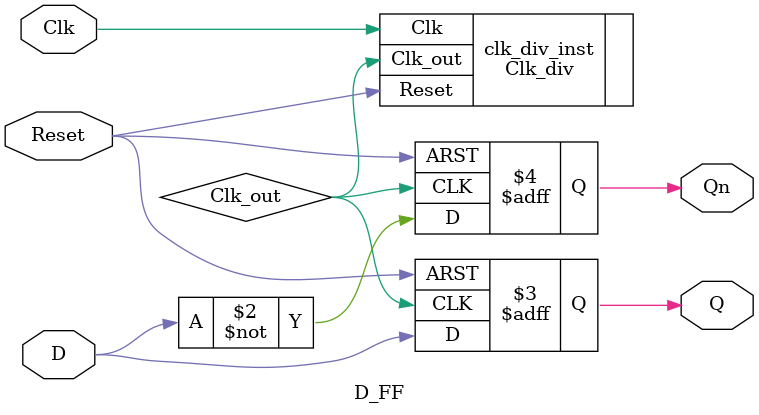
<source format=v>
module D_FF (Clk, Reset, D, Q, Qn);
input Clk, Reset, D;
output reg Q, Qn;
wire Clk_out; 

Clk_div #(.counter_div(25'd4) )clk_div_inst (.Clk(Clk), .Reset(Reset), .Clk_out(Clk_out)); // Instantiate clock divider
always @(posedge Clk_out or posedge Reset) begin
    if (Reset) begin
        Q <= 0; // Reset Q to 0
        Qn <= 1; // Reset Qn to 1
    end else begin
        Q <= D; // Set Q to D on clock edge
        Qn <= ~D; // Set Qn to the inverse of D
    end
end
endmodule //D_FF

</source>
